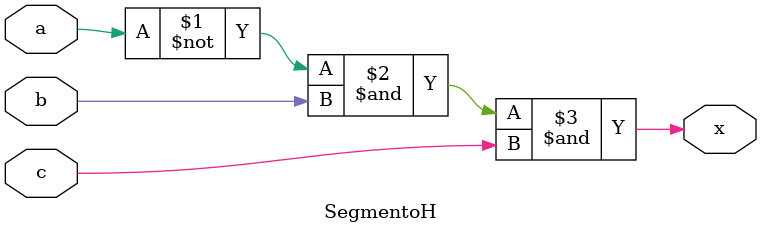
<source format=sv>
module SegmentoH(a,b,c,x);
   input a,b,c;
  output x;
  
  assign x=~a&b&c;
  
endmodule
</source>
